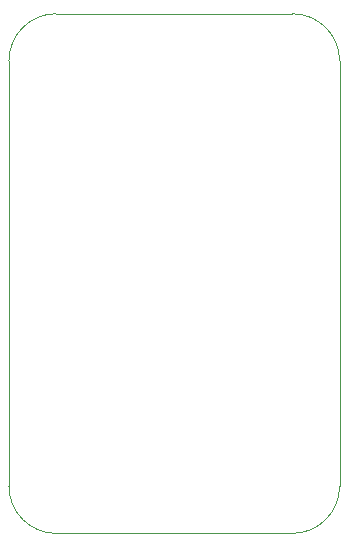
<source format=gbr>
%TF.GenerationSoftware,KiCad,Pcbnew,(6.0.1-0)*%
%TF.CreationDate,2022-02-14T16:52:25-05:00*%
%TF.ProjectId,nixie_daughter,6e697869-655f-4646-9175-67687465722e,rev?*%
%TF.SameCoordinates,Original*%
%TF.FileFunction,Profile,NP*%
%FSLAX46Y46*%
G04 Gerber Fmt 4.6, Leading zero omitted, Abs format (unit mm)*
G04 Created by KiCad (PCBNEW (6.0.1-0)) date 2022-02-14 16:52:25*
%MOMM*%
%LPD*%
G01*
G04 APERTURE LIST*
%TA.AperFunction,Profile*%
%ADD10C,0.100000*%
%TD*%
G04 APERTURE END LIST*
D10*
X113000000Y-92000000D02*
X133000000Y-92000000D01*
X113000000Y-92000000D02*
G75*
G03*
X109000000Y-96000000I0J-4000000D01*
G01*
X133000000Y-136000000D02*
G75*
G03*
X137000000Y-132000000I0J4000000D01*
G01*
X133000000Y-136000000D02*
X113000000Y-136000000D01*
X137000000Y-96000000D02*
X137000000Y-132000000D01*
X109000000Y-132000000D02*
G75*
G03*
X113000000Y-136000000I4000000J0D01*
G01*
X109000000Y-96000000D02*
X109000000Y-132000000D01*
X137000000Y-96000000D02*
G75*
G03*
X133000000Y-92000000I-4000000J0D01*
G01*
M02*

</source>
